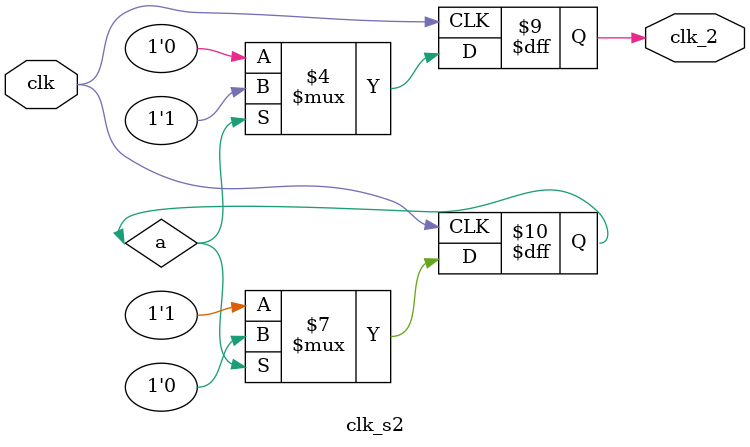
<source format=v>
module clk_s2(clk,clk_2);//2Ãë·ÖÆµÆ÷
	input clk;
	output clk_2;
	reg a,clk_2;
	always@(posedge clk)
	begin
		if(a==1)
		 begin
			a <= 0;
			clk_2 <=1;
		 end
		else
		 begin
			a <= 1;
			clk_2 <=0;
		 end
	end
endmodule
</source>
